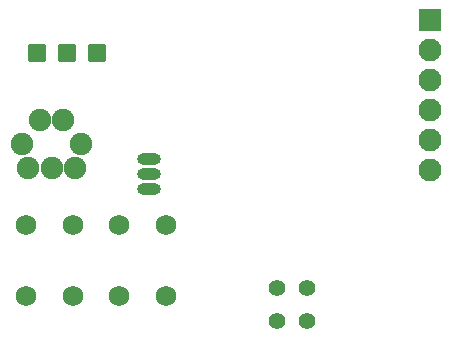
<source format=gbs>
G04 Layer: BottomSolderMaskLayer*
G04 EasyEDA v6.5.15, 2022-09-09 10:58:47*
G04 19121817273c46a5bb41958087e4de9f,cdadd2d4b4cb47a19753abecc85b3b56,10*
G04 Gerber Generator version 0.2*
G04 Scale: 100 percent, Rotated: No, Reflected: No *
G04 Dimensions in millimeters *
G04 leading zeros omitted , absolute positions ,4 integer and 5 decimal *
%FSLAX45Y45*%
%MOMM*%

%AMMACRO1*1,1,$1,$2,$3*1,1,$1,$4,$5*1,1,$1,0-$2,0-$3*1,1,$1,0-$4,0-$5*20,1,$1,$2,$3,$4,$5,0*20,1,$1,$4,$5,0-$2,0-$3,0*20,1,$1,0-$2,0-$3,0-$4,0-$5,0*20,1,$1,0-$4,0-$5,$2,$3,0*4,1,4,$2,$3,$4,$5,0-$2,0-$3,0-$4,0-$5,$2,$3,0*%
%ADD10C,1.3970*%
%ADD11O,1.9999959999999999X0.9999979999999999*%
%ADD12C,1.7272*%
%ADD13C,1.9032*%
%ADD14MACRO1,0.2032X-0.6502X0.6502X0.6502X0.6502*%
%ADD15C,1.9533*%
%ADD16R,1.9533X1.9533*%

%LPD*%
D10*
G01*
X4216654Y-3868420D03*
G01*
X4470654Y-3868420D03*
G01*
X4216654Y-4147820D03*
G01*
X4470654Y-4147820D03*
D11*
G01*
X3136900Y-2781300D03*
G01*
X3136900Y-2908300D03*
G01*
X3136900Y-3035300D03*
D12*
G01*
X2095500Y-3337052D03*
G01*
X2095500Y-3937000D03*
G01*
X2495550Y-3337052D03*
G01*
X2495550Y-3937000D03*
G01*
X2882900Y-3337052D03*
G01*
X2882900Y-3937000D03*
G01*
X3282950Y-3337052D03*
G01*
X3282950Y-3937000D03*
D13*
G01*
X2211400Y-2452395D03*
G01*
X2411399Y-2452395D03*
G01*
X2061387Y-2652395D03*
G01*
X2561386Y-2652395D03*
G01*
X2111400Y-2852394D03*
G01*
X2311400Y-2852394D03*
G01*
X2511399Y-2852394D03*
D14*
G01*
X2184400Y-1879600D03*
G01*
X2438400Y-1879600D03*
G01*
X2692400Y-1879600D03*
D15*
G01*
X5511800Y-2362200D03*
G01*
X5511800Y-2108200D03*
G01*
X5511800Y-1854200D03*
D16*
G01*
X5511927Y-1600072D03*
D15*
G01*
X5511800Y-2616200D03*
G01*
X5511800Y-2870200D03*
M02*

</source>
